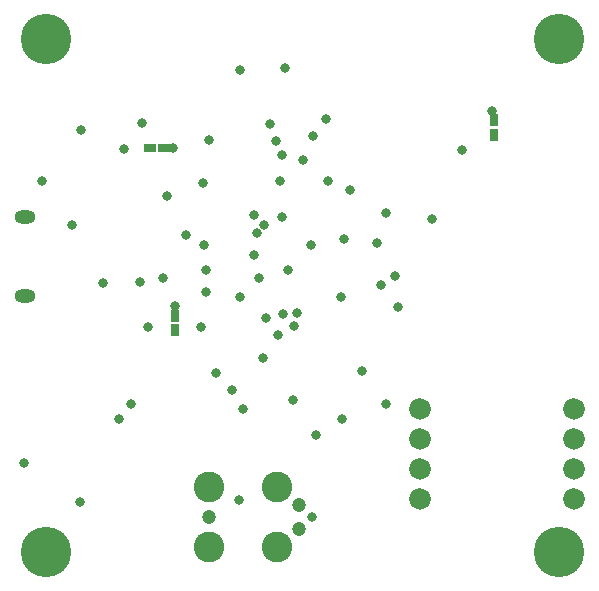
<source format=gbs>
G04 Layer_Color=16711935*
%FSLAX25Y25*%
%MOIN*%
G70*
G01*
G75*
%ADD62R,0.03950X0.03162*%
%ADD63R,0.03162X0.03950*%
%ADD84C,0.16800*%
%ADD85O,0.07099X0.04343*%
%ADD86C,0.04737*%
%ADD87C,0.10249*%
%ADD88C,0.07202*%
%ADD89C,0.03200*%
D62*
X97438Y197400D02*
D03*
X102162D02*
D03*
D63*
X212300Y206762D02*
D03*
Y202038D02*
D03*
X105800Y141662D02*
D03*
Y136938D02*
D03*
D84*
X62992Y233858D02*
D03*
X233858D02*
D03*
X62992Y62992D02*
D03*
X233858D02*
D03*
D85*
X55869Y174607D02*
D03*
Y148229D02*
D03*
D86*
X117300Y74400D02*
D03*
X147300Y70400D02*
D03*
Y78400D02*
D03*
D87*
X117300Y84400D02*
D03*
X139800D02*
D03*
X117300Y64400D02*
D03*
X139800D02*
D03*
D88*
X238900Y110600D02*
D03*
Y100600D02*
D03*
Y90600D02*
D03*
Y80600D02*
D03*
X187404D02*
D03*
Y90600D02*
D03*
Y100600D02*
D03*
Y110600D02*
D03*
D89*
X96916Y138000D02*
D03*
X132287Y175075D02*
D03*
X55641Y92500D02*
D03*
X61400Y186725D02*
D03*
X127400Y223675D02*
D03*
X142700Y224075D02*
D03*
X81847Y152601D02*
D03*
X180228Y144643D02*
D03*
X173243Y165928D02*
D03*
X94857Y206028D02*
D03*
X127300Y80175D02*
D03*
X141500Y195100D02*
D03*
X117200Y200100D02*
D03*
X103300Y181700D02*
D03*
X156300Y207300D02*
D03*
X151800Y201400D02*
D03*
X157000Y186700D02*
D03*
X161200Y148000D02*
D03*
X174700Y151800D02*
D03*
X179300Y155000D02*
D03*
X176200Y112361D02*
D03*
X74200Y79700D02*
D03*
X91300Y112100D02*
D03*
X176111Y175900D02*
D03*
X114700Y138000D02*
D03*
X148500Y193400D02*
D03*
X140900Y186500D02*
D03*
X151400Y74400D02*
D03*
X115500Y165357D02*
D03*
X161600Y107100D02*
D03*
X168100Y123100D02*
D03*
X132389Y162000D02*
D03*
X133900Y154200D02*
D03*
X127500Y147800D02*
D03*
X135100Y127600D02*
D03*
X145100Y113400D02*
D03*
X153000Y102000D02*
D03*
X128700Y110700D02*
D03*
X105300Y197400D02*
D03*
X211700Y209900D02*
D03*
X124900Y116772D02*
D03*
X87100Y107100D02*
D03*
X151357Y165357D02*
D03*
X116300Y156800D02*
D03*
X141400Y174600D02*
D03*
X139500Y200000D02*
D03*
X137472Y205628D02*
D03*
X164100Y183700D02*
D03*
X135700Y171900D02*
D03*
X71543D02*
D03*
X141800Y142100D02*
D03*
X119700Y122500D02*
D03*
X105900Y144800D02*
D03*
X102000Y154100D02*
D03*
X133100Y169200D02*
D03*
X94200Y153000D02*
D03*
X109600Y168400D02*
D03*
X116100Y149451D02*
D03*
X143466Y156900D02*
D03*
X115100Y186000D02*
D03*
X191700Y173800D02*
D03*
X146700Y142600D02*
D03*
X145700Y138200D02*
D03*
X74700Y203500D02*
D03*
X88800Y197300D02*
D03*
X140200Y135100D02*
D03*
X136100Y141000D02*
D03*
X201400Y197000D02*
D03*
X162300Y167200D02*
D03*
M02*

</source>
